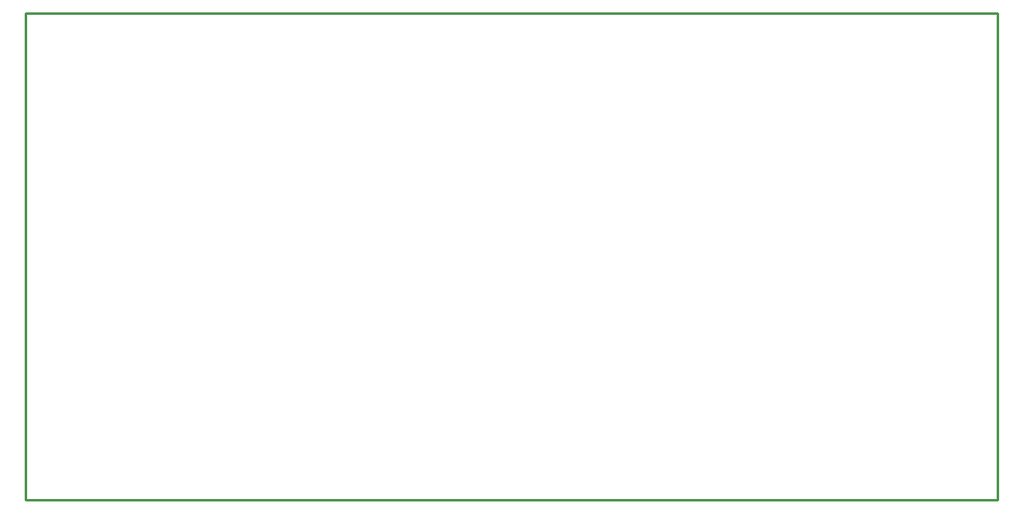
<source format=gko>
G04 Layer: BoardOutlineLayer*
G04 EasyEDA Pro v2.2.35.2, 2025-01-10 12:23:15*
G04 Gerber Generator version 0.3*
G04 Scale: 100 percent, Rotated: No, Reflected: No*
G04 Dimensions in millimeters*
G04 Leading zeros omitted, absolute positions, 4 integers and 5 decimals*
%FSLAX45Y45*%
%MOMM*%
%ADD10C,0.254*%
G75*


G04 Rect Start*
G54D10*
G01X0Y0D02*
G01X0Y5000000D01*
G01X10000000Y5000000D01*
G01X10000000Y0D01*
G01X0Y0D01*
G04 Rect End*

M02*


</source>
